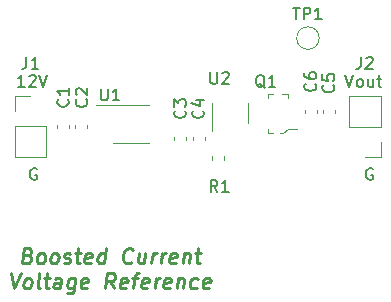
<source format=gbr>
%TF.GenerationSoftware,KiCad,Pcbnew,5.1.6-c6e7f7d~87~ubuntu18.04.1*%
%TF.CreationDate,2021-12-09T15:00:27-08:00*%
%TF.ProjectId,boosted-output-current-reference,626f6f73-7465-4642-9d6f-75747075742d,rev?*%
%TF.SameCoordinates,Original*%
%TF.FileFunction,Legend,Top*%
%TF.FilePolarity,Positive*%
%FSLAX46Y46*%
G04 Gerber Fmt 4.6, Leading zero omitted, Abs format (unit mm)*
G04 Created by KiCad (PCBNEW 5.1.6-c6e7f7d~87~ubuntu18.04.1) date 2021-12-09 15:00:27*
%MOMM*%
%LPD*%
G01*
G04 APERTURE LIST*
%ADD10C,0.150000*%
%ADD11C,0.228600*%
%ADD12C,0.120000*%
%ADD13C,0.100000*%
G04 APERTURE END LIST*
D10*
X146311904Y-99322000D02*
X146216666Y-99274380D01*
X146073809Y-99274380D01*
X145930952Y-99322000D01*
X145835714Y-99417238D01*
X145788095Y-99512476D01*
X145740476Y-99702952D01*
X145740476Y-99845809D01*
X145788095Y-100036285D01*
X145835714Y-100131523D01*
X145930952Y-100226761D01*
X146073809Y-100274380D01*
X146169047Y-100274380D01*
X146311904Y-100226761D01*
X146359523Y-100179142D01*
X146359523Y-99845809D01*
X146169047Y-99845809D01*
X174759904Y-99322000D02*
X174664666Y-99274380D01*
X174521809Y-99274380D01*
X174378952Y-99322000D01*
X174283714Y-99417238D01*
X174236095Y-99512476D01*
X174188476Y-99702952D01*
X174188476Y-99845809D01*
X174236095Y-100036285D01*
X174283714Y-100131523D01*
X174378952Y-100226761D01*
X174521809Y-100274380D01*
X174617047Y-100274380D01*
X174759904Y-100226761D01*
X174807523Y-100179142D01*
X174807523Y-99845809D01*
X174617047Y-99845809D01*
X145303952Y-92400380D02*
X144732523Y-92400380D01*
X145018238Y-92400380D02*
X145018238Y-91400380D01*
X144923000Y-91543238D01*
X144827761Y-91638476D01*
X144732523Y-91686095D01*
X145684904Y-91495619D02*
X145732523Y-91448000D01*
X145827761Y-91400380D01*
X146065857Y-91400380D01*
X146161095Y-91448000D01*
X146208714Y-91495619D01*
X146256333Y-91590857D01*
X146256333Y-91686095D01*
X146208714Y-91828952D01*
X145637285Y-92400380D01*
X146256333Y-92400380D01*
X146542047Y-91400380D02*
X146875380Y-92400380D01*
X147208714Y-91400380D01*
D11*
X145591839Y-106665485D02*
X145765708Y-106725961D01*
X145818625Y-106786438D01*
X145863982Y-106907390D01*
X145841304Y-107088819D01*
X145765708Y-107209771D01*
X145697673Y-107270247D01*
X145569161Y-107330723D01*
X145085351Y-107330723D01*
X145244101Y-106060723D01*
X145667435Y-106060723D01*
X145780828Y-106121200D01*
X145833744Y-106181676D01*
X145879101Y-106302628D01*
X145863982Y-106423580D01*
X145788387Y-106544533D01*
X145720351Y-106605009D01*
X145591839Y-106665485D01*
X145168506Y-106665485D01*
X146536780Y-107330723D02*
X146423387Y-107270247D01*
X146370470Y-107209771D01*
X146325113Y-107088819D01*
X146370470Y-106725961D01*
X146446066Y-106605009D01*
X146514101Y-106544533D01*
X146642613Y-106484057D01*
X146824042Y-106484057D01*
X146937435Y-106544533D01*
X146990351Y-106605009D01*
X147035708Y-106725961D01*
X146990351Y-107088819D01*
X146914756Y-107209771D01*
X146846720Y-107270247D01*
X146718208Y-107330723D01*
X146536780Y-107330723D01*
X147685828Y-107330723D02*
X147572435Y-107270247D01*
X147519518Y-107209771D01*
X147474161Y-107088819D01*
X147519518Y-106725961D01*
X147595113Y-106605009D01*
X147663149Y-106544533D01*
X147791661Y-106484057D01*
X147973089Y-106484057D01*
X148086482Y-106544533D01*
X148139399Y-106605009D01*
X148184756Y-106725961D01*
X148139399Y-107088819D01*
X148063804Y-107209771D01*
X147995768Y-107270247D01*
X147867256Y-107330723D01*
X147685828Y-107330723D01*
X148600530Y-107270247D02*
X148713923Y-107330723D01*
X148955828Y-107330723D01*
X149084339Y-107270247D01*
X149159935Y-107149295D01*
X149167494Y-107088819D01*
X149122137Y-106967866D01*
X149008744Y-106907390D01*
X148827316Y-106907390D01*
X148713923Y-106846914D01*
X148668566Y-106725961D01*
X148676125Y-106665485D01*
X148751720Y-106544533D01*
X148880232Y-106484057D01*
X149061661Y-106484057D01*
X149175054Y-106544533D01*
X149605947Y-106484057D02*
X150089756Y-106484057D01*
X149840292Y-106060723D02*
X149704220Y-107149295D01*
X149749578Y-107270247D01*
X149862970Y-107330723D01*
X149983923Y-107330723D01*
X150898625Y-107270247D02*
X150770113Y-107330723D01*
X150528208Y-107330723D01*
X150414816Y-107270247D01*
X150369458Y-107149295D01*
X150429935Y-106665485D01*
X150505530Y-106544533D01*
X150634042Y-106484057D01*
X150875947Y-106484057D01*
X150989339Y-106544533D01*
X151034697Y-106665485D01*
X151019578Y-106786438D01*
X150399697Y-106907390D01*
X152040113Y-107330723D02*
X152198863Y-106060723D01*
X152047673Y-107270247D02*
X151919161Y-107330723D01*
X151677256Y-107330723D01*
X151563863Y-107270247D01*
X151510947Y-107209771D01*
X151465589Y-107088819D01*
X151510947Y-106725961D01*
X151586542Y-106605009D01*
X151654578Y-106544533D01*
X151783089Y-106484057D01*
X152024994Y-106484057D01*
X152138387Y-106544533D01*
X154353328Y-107209771D02*
X154285292Y-107270247D01*
X154096304Y-107330723D01*
X153975351Y-107330723D01*
X153801482Y-107270247D01*
X153695649Y-107149295D01*
X153650292Y-107028342D01*
X153620054Y-106786438D01*
X153642732Y-106605009D01*
X153733447Y-106363104D01*
X153809042Y-106242152D01*
X153945113Y-106121200D01*
X154134101Y-106060723D01*
X154255054Y-106060723D01*
X154428923Y-106121200D01*
X154481839Y-106181676D01*
X155532613Y-106484057D02*
X155426780Y-107330723D01*
X154988328Y-106484057D02*
X154905173Y-107149295D01*
X154950530Y-107270247D01*
X155063923Y-107330723D01*
X155245351Y-107330723D01*
X155373863Y-107270247D01*
X155441899Y-107209771D01*
X156031542Y-107330723D02*
X156137375Y-106484057D01*
X156107137Y-106725961D02*
X156182732Y-106605009D01*
X156250768Y-106544533D01*
X156379280Y-106484057D01*
X156500232Y-106484057D01*
X156817732Y-107330723D02*
X156923566Y-106484057D01*
X156893328Y-106725961D02*
X156968923Y-106605009D01*
X157036958Y-106544533D01*
X157165470Y-106484057D01*
X157286423Y-106484057D01*
X158095292Y-107270247D02*
X157966780Y-107330723D01*
X157724875Y-107330723D01*
X157611482Y-107270247D01*
X157566125Y-107149295D01*
X157626601Y-106665485D01*
X157702197Y-106544533D01*
X157830708Y-106484057D01*
X158072613Y-106484057D01*
X158186006Y-106544533D01*
X158231363Y-106665485D01*
X158216244Y-106786438D01*
X157596363Y-106907390D01*
X158798328Y-106484057D02*
X158692494Y-107330723D01*
X158783208Y-106605009D02*
X158851244Y-106544533D01*
X158979756Y-106484057D01*
X159161185Y-106484057D01*
X159274578Y-106544533D01*
X159319935Y-106665485D01*
X159236780Y-107330723D01*
X159765947Y-106484057D02*
X160249756Y-106484057D01*
X160000292Y-106060723D02*
X159864220Y-107149295D01*
X159909578Y-107270247D01*
X160022970Y-107330723D01*
X160143923Y-107330723D01*
X144125292Y-108194323D02*
X144389875Y-109464323D01*
X144971958Y-108194323D01*
X145417970Y-109464323D02*
X145304578Y-109403847D01*
X145251661Y-109343371D01*
X145206304Y-109222419D01*
X145251661Y-108859561D01*
X145327256Y-108738609D01*
X145395292Y-108678133D01*
X145523804Y-108617657D01*
X145705232Y-108617657D01*
X145818625Y-108678133D01*
X145871542Y-108738609D01*
X145916899Y-108859561D01*
X145871542Y-109222419D01*
X145795947Y-109343371D01*
X145727911Y-109403847D01*
X145599399Y-109464323D01*
X145417970Y-109464323D01*
X146567018Y-109464323D02*
X146453625Y-109403847D01*
X146408268Y-109282895D01*
X146544339Y-108194323D01*
X146975232Y-108617657D02*
X147459042Y-108617657D01*
X147209578Y-108194323D02*
X147073506Y-109282895D01*
X147118863Y-109403847D01*
X147232256Y-109464323D01*
X147353208Y-109464323D01*
X148320828Y-109464323D02*
X148403982Y-108799085D01*
X148358625Y-108678133D01*
X148245232Y-108617657D01*
X148003328Y-108617657D01*
X147874816Y-108678133D01*
X148328387Y-109403847D02*
X148199875Y-109464323D01*
X147897494Y-109464323D01*
X147784101Y-109403847D01*
X147738744Y-109282895D01*
X147753863Y-109161942D01*
X147829458Y-109040990D01*
X147957970Y-108980514D01*
X148260351Y-108980514D01*
X148388863Y-108920038D01*
X149575708Y-108617657D02*
X149447197Y-109645752D01*
X149371601Y-109766704D01*
X149303566Y-109827180D01*
X149175054Y-109887657D01*
X148993625Y-109887657D01*
X148880232Y-109827180D01*
X149477435Y-109403847D02*
X149348923Y-109464323D01*
X149107018Y-109464323D01*
X148993625Y-109403847D01*
X148940708Y-109343371D01*
X148895351Y-109222419D01*
X148940708Y-108859561D01*
X149016304Y-108738609D01*
X149084339Y-108678133D01*
X149212851Y-108617657D01*
X149454756Y-108617657D01*
X149568149Y-108678133D01*
X150566006Y-109403847D02*
X150437494Y-109464323D01*
X150195589Y-109464323D01*
X150082197Y-109403847D01*
X150036839Y-109282895D01*
X150097316Y-108799085D01*
X150172911Y-108678133D01*
X150301423Y-108617657D01*
X150543328Y-108617657D01*
X150656720Y-108678133D01*
X150702078Y-108799085D01*
X150686958Y-108920038D01*
X150067078Y-109040990D01*
X152856542Y-109464323D02*
X152508804Y-108859561D01*
X152130828Y-109464323D02*
X152289578Y-108194323D01*
X152773387Y-108194323D01*
X152886780Y-108254800D01*
X152939697Y-108315276D01*
X152985054Y-108436228D01*
X152962375Y-108617657D01*
X152886780Y-108738609D01*
X152818744Y-108799085D01*
X152690232Y-108859561D01*
X152206423Y-108859561D01*
X153892197Y-109403847D02*
X153763685Y-109464323D01*
X153521780Y-109464323D01*
X153408387Y-109403847D01*
X153363030Y-109282895D01*
X153423506Y-108799085D01*
X153499101Y-108678133D01*
X153627613Y-108617657D01*
X153869518Y-108617657D01*
X153982911Y-108678133D01*
X154028268Y-108799085D01*
X154013149Y-108920038D01*
X153393268Y-109040990D01*
X154413804Y-108617657D02*
X154897613Y-108617657D01*
X154489399Y-109464323D02*
X154625470Y-108375752D01*
X154701066Y-108254800D01*
X154829578Y-108194323D01*
X154950530Y-108194323D01*
X155706482Y-109403847D02*
X155577970Y-109464323D01*
X155336066Y-109464323D01*
X155222673Y-109403847D01*
X155177316Y-109282895D01*
X155237792Y-108799085D01*
X155313387Y-108678133D01*
X155441899Y-108617657D01*
X155683804Y-108617657D01*
X155797197Y-108678133D01*
X155842554Y-108799085D01*
X155827435Y-108920038D01*
X155207554Y-109040990D01*
X156303685Y-109464323D02*
X156409518Y-108617657D01*
X156379280Y-108859561D02*
X156454875Y-108738609D01*
X156522911Y-108678133D01*
X156651423Y-108617657D01*
X156772375Y-108617657D01*
X157581244Y-109403847D02*
X157452732Y-109464323D01*
X157210828Y-109464323D01*
X157097435Y-109403847D01*
X157052078Y-109282895D01*
X157112554Y-108799085D01*
X157188149Y-108678133D01*
X157316661Y-108617657D01*
X157558566Y-108617657D01*
X157671958Y-108678133D01*
X157717316Y-108799085D01*
X157702197Y-108920038D01*
X157082316Y-109040990D01*
X158284280Y-108617657D02*
X158178447Y-109464323D01*
X158269161Y-108738609D02*
X158337197Y-108678133D01*
X158465708Y-108617657D01*
X158647137Y-108617657D01*
X158760530Y-108678133D01*
X158805887Y-108799085D01*
X158722732Y-109464323D01*
X159879339Y-109403847D02*
X159750828Y-109464323D01*
X159508923Y-109464323D01*
X159395530Y-109403847D01*
X159342613Y-109343371D01*
X159297256Y-109222419D01*
X159342613Y-108859561D01*
X159418208Y-108738609D01*
X159486244Y-108678133D01*
X159614756Y-108617657D01*
X159856661Y-108617657D01*
X159970054Y-108678133D01*
X160907435Y-109403847D02*
X160778923Y-109464323D01*
X160537018Y-109464323D01*
X160423625Y-109403847D01*
X160378268Y-109282895D01*
X160438744Y-108799085D01*
X160514339Y-108678133D01*
X160642851Y-108617657D01*
X160884756Y-108617657D01*
X160998149Y-108678133D01*
X161043506Y-108799085D01*
X161028387Y-108920038D01*
X160408506Y-109040990D01*
D10*
X172466190Y-91400380D02*
X172799523Y-92400380D01*
X173132857Y-91400380D01*
X173609047Y-92400380D02*
X173513809Y-92352761D01*
X173466190Y-92305142D01*
X173418571Y-92209904D01*
X173418571Y-91924190D01*
X173466190Y-91828952D01*
X173513809Y-91781333D01*
X173609047Y-91733714D01*
X173751904Y-91733714D01*
X173847142Y-91781333D01*
X173894761Y-91828952D01*
X173942380Y-91924190D01*
X173942380Y-92209904D01*
X173894761Y-92305142D01*
X173847142Y-92352761D01*
X173751904Y-92400380D01*
X173609047Y-92400380D01*
X174799523Y-91733714D02*
X174799523Y-92400380D01*
X174370952Y-91733714D02*
X174370952Y-92257523D01*
X174418571Y-92352761D01*
X174513809Y-92400380D01*
X174656666Y-92400380D01*
X174751904Y-92352761D01*
X174799523Y-92305142D01*
X175132857Y-91733714D02*
X175513809Y-91733714D01*
X175275714Y-91400380D02*
X175275714Y-92257523D01*
X175323333Y-92352761D01*
X175418571Y-92400380D01*
X175513809Y-92400380D01*
D12*
%TO.C,TP1*%
X170241000Y-88265000D02*
G75*
G03*
X170241000Y-88265000I-950000J0D01*
G01*
%TO.C,J2*%
X175447000Y-98358000D02*
X174117000Y-98358000D01*
X175447000Y-97028000D02*
X175447000Y-98358000D01*
X175447000Y-95758000D02*
X172787000Y-95758000D01*
X172787000Y-95758000D02*
X172787000Y-93158000D01*
X175447000Y-95758000D02*
X175447000Y-93158000D01*
X175447000Y-93158000D02*
X172787000Y-93158000D01*
%TO.C,J1*%
X144466000Y-93148000D02*
X145796000Y-93148000D01*
X144466000Y-94478000D02*
X144466000Y-93148000D01*
X144466000Y-95748000D02*
X147126000Y-95748000D01*
X147126000Y-95748000D02*
X147126000Y-98348000D01*
X144466000Y-95748000D02*
X144466000Y-98348000D01*
X144466000Y-98348000D02*
X147126000Y-98348000D01*
%TO.C,U2*%
X164247000Y-95495000D02*
X164247000Y-93735000D01*
X161177000Y-93735000D02*
X161177000Y-96165000D01*
D13*
%TO.C,Q1*%
X166926000Y-96265000D02*
X167201000Y-96265000D01*
X167201000Y-96265000D02*
X167576000Y-95990000D01*
X167576000Y-95990000D02*
X167576000Y-95940000D01*
X167576000Y-95940000D02*
X168351000Y-95940000D01*
X167101000Y-92965000D02*
X167576000Y-92965000D01*
X167576000Y-92965000D02*
X167576000Y-93315000D01*
X165926000Y-93190000D02*
X165926000Y-93315000D01*
X165926000Y-93265000D02*
X165926000Y-92965000D01*
X165926000Y-92965000D02*
X166376000Y-92965000D01*
X166301000Y-96265000D02*
X165926000Y-96265000D01*
X165926000Y-96265000D02*
X165926000Y-95965000D01*
D12*
%TO.C,C6*%
X170055000Y-94325221D02*
X170055000Y-94650779D01*
X169035000Y-94325221D02*
X169035000Y-94650779D01*
%TO.C,C5*%
X171579000Y-94325221D02*
X171579000Y-94650779D01*
X170559000Y-94325221D02*
X170559000Y-94650779D01*
%TO.C,C3*%
X157986000Y-96936779D02*
X157986000Y-96611221D01*
X159006000Y-96936779D02*
X159006000Y-96611221D01*
%TO.C,C1*%
X148080000Y-95595221D02*
X148080000Y-95920779D01*
X149100000Y-95595221D02*
X149100000Y-95920779D01*
%TO.C,C4*%
X159573500Y-96611221D02*
X159573500Y-96936779D01*
X160593500Y-96611221D02*
X160593500Y-96936779D01*
%TO.C,U1*%
X154305000Y-93894000D02*
X151380000Y-93894000D01*
X154305000Y-93894000D02*
X155805000Y-93894000D01*
X154305000Y-97114000D02*
X152805000Y-97114000D01*
X154305000Y-97114000D02*
X155805000Y-97114000D01*
%TO.C,R1*%
X161161000Y-98262221D02*
X161161000Y-98587779D01*
X162181000Y-98262221D02*
X162181000Y-98587779D01*
%TO.C,C2*%
X150624000Y-95920779D02*
X150624000Y-95595221D01*
X149604000Y-95920779D02*
X149604000Y-95595221D01*
%TO.C,TP1*%
D10*
X168029095Y-85685380D02*
X168600523Y-85685380D01*
X168314809Y-86685380D02*
X168314809Y-85685380D01*
X168933857Y-86685380D02*
X168933857Y-85685380D01*
X169314809Y-85685380D01*
X169410047Y-85733000D01*
X169457666Y-85780619D01*
X169505285Y-85875857D01*
X169505285Y-86018714D01*
X169457666Y-86113952D01*
X169410047Y-86161571D01*
X169314809Y-86209190D01*
X168933857Y-86209190D01*
X170457666Y-86685380D02*
X169886238Y-86685380D01*
X170171952Y-86685380D02*
X170171952Y-85685380D01*
X170076714Y-85828238D01*
X169981476Y-85923476D01*
X169886238Y-85971095D01*
%TO.C,J2*%
X173783666Y-89876380D02*
X173783666Y-90590666D01*
X173736047Y-90733523D01*
X173640809Y-90828761D01*
X173497952Y-90876380D01*
X173402714Y-90876380D01*
X174212238Y-89971619D02*
X174259857Y-89924000D01*
X174355095Y-89876380D01*
X174593190Y-89876380D01*
X174688428Y-89924000D01*
X174736047Y-89971619D01*
X174783666Y-90066857D01*
X174783666Y-90162095D01*
X174736047Y-90304952D01*
X174164619Y-90876380D01*
X174783666Y-90876380D01*
%TO.C,J1*%
X145462666Y-89876380D02*
X145462666Y-90590666D01*
X145415047Y-90733523D01*
X145319809Y-90828761D01*
X145176952Y-90876380D01*
X145081714Y-90876380D01*
X146462666Y-90876380D02*
X145891238Y-90876380D01*
X146176952Y-90876380D02*
X146176952Y-89876380D01*
X146081714Y-90019238D01*
X145986476Y-90114476D01*
X145891238Y-90162095D01*
%TO.C,U2*%
X161036095Y-91146380D02*
X161036095Y-91955904D01*
X161083714Y-92051142D01*
X161131333Y-92098761D01*
X161226571Y-92146380D01*
X161417047Y-92146380D01*
X161512285Y-92098761D01*
X161559904Y-92051142D01*
X161607523Y-91955904D01*
X161607523Y-91146380D01*
X162036095Y-91241619D02*
X162083714Y-91194000D01*
X162178952Y-91146380D01*
X162417047Y-91146380D01*
X162512285Y-91194000D01*
X162559904Y-91241619D01*
X162607523Y-91336857D01*
X162607523Y-91432095D01*
X162559904Y-91574952D01*
X161988476Y-92146380D01*
X162607523Y-92146380D01*
%TO.C,Q1*%
X165639761Y-92495619D02*
X165544523Y-92448000D01*
X165449285Y-92352761D01*
X165306428Y-92209904D01*
X165211190Y-92162285D01*
X165115952Y-92162285D01*
X165163571Y-92400380D02*
X165068333Y-92352761D01*
X164973095Y-92257523D01*
X164925476Y-92067047D01*
X164925476Y-91733714D01*
X164973095Y-91543238D01*
X165068333Y-91448000D01*
X165163571Y-91400380D01*
X165354047Y-91400380D01*
X165449285Y-91448000D01*
X165544523Y-91543238D01*
X165592142Y-91733714D01*
X165592142Y-92067047D01*
X165544523Y-92257523D01*
X165449285Y-92352761D01*
X165354047Y-92400380D01*
X165163571Y-92400380D01*
X166544523Y-92400380D02*
X165973095Y-92400380D01*
X166258809Y-92400380D02*
X166258809Y-91400380D01*
X166163571Y-91543238D01*
X166068333Y-91638476D01*
X165973095Y-91686095D01*
%TO.C,C6*%
X169902142Y-92114666D02*
X169949761Y-92162285D01*
X169997380Y-92305142D01*
X169997380Y-92400380D01*
X169949761Y-92543238D01*
X169854523Y-92638476D01*
X169759285Y-92686095D01*
X169568809Y-92733714D01*
X169425952Y-92733714D01*
X169235476Y-92686095D01*
X169140238Y-92638476D01*
X169045000Y-92543238D01*
X168997380Y-92400380D01*
X168997380Y-92305142D01*
X169045000Y-92162285D01*
X169092619Y-92114666D01*
X168997380Y-91257523D02*
X168997380Y-91448000D01*
X169045000Y-91543238D01*
X169092619Y-91590857D01*
X169235476Y-91686095D01*
X169425952Y-91733714D01*
X169806904Y-91733714D01*
X169902142Y-91686095D01*
X169949761Y-91638476D01*
X169997380Y-91543238D01*
X169997380Y-91352761D01*
X169949761Y-91257523D01*
X169902142Y-91209904D01*
X169806904Y-91162285D01*
X169568809Y-91162285D01*
X169473571Y-91209904D01*
X169425952Y-91257523D01*
X169378333Y-91352761D01*
X169378333Y-91543238D01*
X169425952Y-91638476D01*
X169473571Y-91686095D01*
X169568809Y-91733714D01*
%TO.C,C5*%
X171426142Y-92241666D02*
X171473761Y-92289285D01*
X171521380Y-92432142D01*
X171521380Y-92527380D01*
X171473761Y-92670238D01*
X171378523Y-92765476D01*
X171283285Y-92813095D01*
X171092809Y-92860714D01*
X170949952Y-92860714D01*
X170759476Y-92813095D01*
X170664238Y-92765476D01*
X170569000Y-92670238D01*
X170521380Y-92527380D01*
X170521380Y-92432142D01*
X170569000Y-92289285D01*
X170616619Y-92241666D01*
X170521380Y-91336904D02*
X170521380Y-91813095D01*
X170997571Y-91860714D01*
X170949952Y-91813095D01*
X170902333Y-91717857D01*
X170902333Y-91479761D01*
X170949952Y-91384523D01*
X170997571Y-91336904D01*
X171092809Y-91289285D01*
X171330904Y-91289285D01*
X171426142Y-91336904D01*
X171473761Y-91384523D01*
X171521380Y-91479761D01*
X171521380Y-91717857D01*
X171473761Y-91813095D01*
X171426142Y-91860714D01*
%TO.C,C3*%
X158853142Y-94400666D02*
X158900761Y-94448285D01*
X158948380Y-94591142D01*
X158948380Y-94686380D01*
X158900761Y-94829238D01*
X158805523Y-94924476D01*
X158710285Y-94972095D01*
X158519809Y-95019714D01*
X158376952Y-95019714D01*
X158186476Y-94972095D01*
X158091238Y-94924476D01*
X157996000Y-94829238D01*
X157948380Y-94686380D01*
X157948380Y-94591142D01*
X157996000Y-94448285D01*
X158043619Y-94400666D01*
X157948380Y-94067333D02*
X157948380Y-93448285D01*
X158329333Y-93781619D01*
X158329333Y-93638761D01*
X158376952Y-93543523D01*
X158424571Y-93495904D01*
X158519809Y-93448285D01*
X158757904Y-93448285D01*
X158853142Y-93495904D01*
X158900761Y-93543523D01*
X158948380Y-93638761D01*
X158948380Y-93924476D01*
X158900761Y-94019714D01*
X158853142Y-94067333D01*
%TO.C,C1*%
X148947142Y-93448166D02*
X148994761Y-93495785D01*
X149042380Y-93638642D01*
X149042380Y-93733880D01*
X148994761Y-93876738D01*
X148899523Y-93971976D01*
X148804285Y-94019595D01*
X148613809Y-94067214D01*
X148470952Y-94067214D01*
X148280476Y-94019595D01*
X148185238Y-93971976D01*
X148090000Y-93876738D01*
X148042380Y-93733880D01*
X148042380Y-93638642D01*
X148090000Y-93495785D01*
X148137619Y-93448166D01*
X149042380Y-92495785D02*
X149042380Y-93067214D01*
X149042380Y-92781500D02*
X148042380Y-92781500D01*
X148185238Y-92876738D01*
X148280476Y-92971976D01*
X148328095Y-93067214D01*
%TO.C,C4*%
X160377142Y-94400666D02*
X160424761Y-94448285D01*
X160472380Y-94591142D01*
X160472380Y-94686380D01*
X160424761Y-94829238D01*
X160329523Y-94924476D01*
X160234285Y-94972095D01*
X160043809Y-95019714D01*
X159900952Y-95019714D01*
X159710476Y-94972095D01*
X159615238Y-94924476D01*
X159520000Y-94829238D01*
X159472380Y-94686380D01*
X159472380Y-94591142D01*
X159520000Y-94448285D01*
X159567619Y-94400666D01*
X159805714Y-93543523D02*
X160472380Y-93543523D01*
X159424761Y-93781619D02*
X160139047Y-94019714D01*
X160139047Y-93400666D01*
%TO.C,U1*%
X151765095Y-92543380D02*
X151765095Y-93352904D01*
X151812714Y-93448142D01*
X151860333Y-93495761D01*
X151955571Y-93543380D01*
X152146047Y-93543380D01*
X152241285Y-93495761D01*
X152288904Y-93448142D01*
X152336523Y-93352904D01*
X152336523Y-92543380D01*
X153336523Y-93543380D02*
X152765095Y-93543380D01*
X153050809Y-93543380D02*
X153050809Y-92543380D01*
X152955571Y-92686238D01*
X152860333Y-92781476D01*
X152765095Y-92829095D01*
%TO.C,R1*%
X161631333Y-101290380D02*
X161298000Y-100814190D01*
X161059904Y-101290380D02*
X161059904Y-100290380D01*
X161440857Y-100290380D01*
X161536095Y-100338000D01*
X161583714Y-100385619D01*
X161631333Y-100480857D01*
X161631333Y-100623714D01*
X161583714Y-100718952D01*
X161536095Y-100766571D01*
X161440857Y-100814190D01*
X161059904Y-100814190D01*
X162583714Y-101290380D02*
X162012285Y-101290380D01*
X162298000Y-101290380D02*
X162298000Y-100290380D01*
X162202761Y-100433238D01*
X162107523Y-100528476D01*
X162012285Y-100576095D01*
%TO.C,C2*%
X150521942Y-93460866D02*
X150569561Y-93508485D01*
X150617180Y-93651342D01*
X150617180Y-93746580D01*
X150569561Y-93889438D01*
X150474323Y-93984676D01*
X150379085Y-94032295D01*
X150188609Y-94079914D01*
X150045752Y-94079914D01*
X149855276Y-94032295D01*
X149760038Y-93984676D01*
X149664800Y-93889438D01*
X149617180Y-93746580D01*
X149617180Y-93651342D01*
X149664800Y-93508485D01*
X149712419Y-93460866D01*
X149712419Y-93079914D02*
X149664800Y-93032295D01*
X149617180Y-92937057D01*
X149617180Y-92698961D01*
X149664800Y-92603723D01*
X149712419Y-92556104D01*
X149807657Y-92508485D01*
X149902895Y-92508485D01*
X150045752Y-92556104D01*
X150617180Y-93127533D01*
X150617180Y-92508485D01*
%TD*%
M02*

</source>
